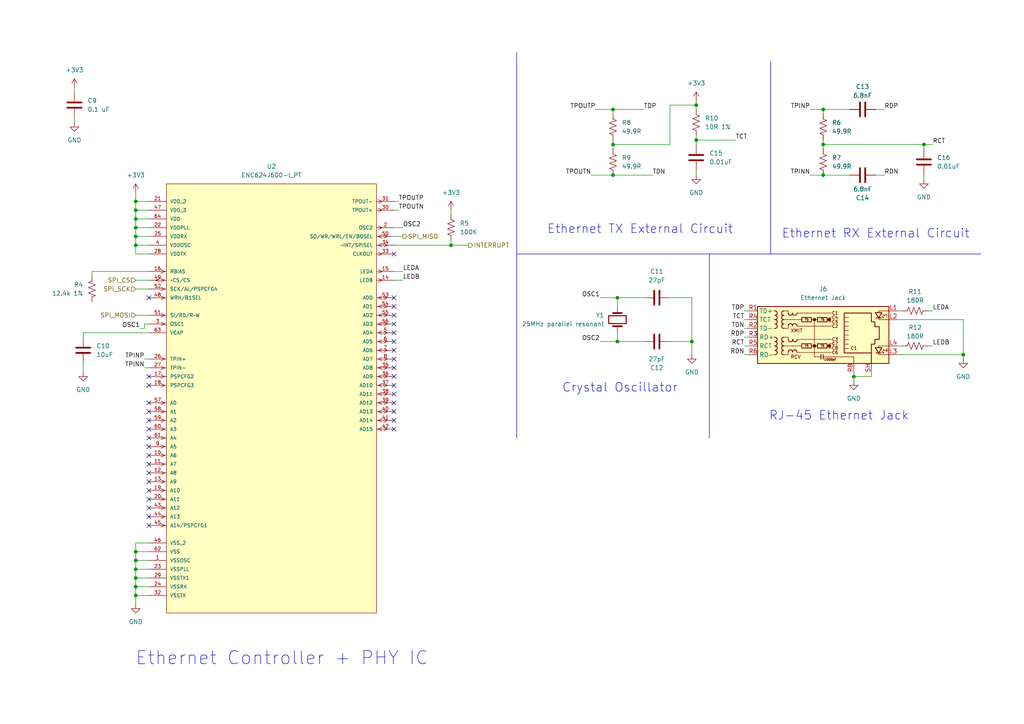
<source format=kicad_sch>
(kicad_sch (version 20231120) (generator "eeschema") (generator_version "8.0")
  (paper "A4")
  (title_block (title "Ethernet connection (Ethernet MAC+PHY and connector)") (date "2025-03-19"))
  (lib_symbols
    (symbol "Connector:RJ45_Amphenol_RJMG1BD3B8K1ANR"
      (property "Reference" "J" (at 18.415 10.16 0))
      (property "Value" "RJ45_Amphenol_RJMG1BD3B8K1ANR" (at -19.05 10.16 0))
      (symbol "RJ45_Amphenol_RJMG1BD3B8K1ANR_0_0"
        (circle (center -1.27 -2.54) (radius 0.0001) (stroke (width 0.508)))
        (circle (center -1.27 5.08) (radius 0.0001) (stroke (width 0.508)))
        (polyline (pts (xy -1.27 5.08) (xy -1.27 -5.715)))
        (polyline (pts (xy 0.635 -5.08) (xy 0.635 -6.35)) (stroke (width 0.254)))
        (polyline (pts (xy 1.27 -5.08) (xy 1.27 -6.35)) (stroke (width 0.254)))
        (polyline (pts (xy 3.048 -2.54) (xy 2.54 -2.54)))
        (polyline (pts (xy 3.048 5.08) (xy 2.54 5.08)))
        (polyline (pts (xy 17.399 -3.048) (xy 17.399 -2.54) (xy 20.32 -2.54)))
        (polyline (pts (xy 17.399 7.112) (xy 17.399 7.62) (xy 20.32 7.62)))
        (polyline (pts (xy 20.32 -5.08) (xy 17.399 -5.08) (xy 17.399 -4.572)))
        (polyline (pts (xy 20.32 5.08) (xy 17.399 5.08) (xy 17.399 5.588)))
        (polyline (pts (xy 3.683 -1.905) (xy 3.048 -1.905) (xy 3.048 -3.175) (xy 3.683 -3.175)))
        (polyline (pts (xy 3.683 5.715) (xy 3.048 5.715) (xy 3.048 4.445) (xy 3.683 4.445)))
        (circle (center 3.048 -2.54) (radius 0.0001) (stroke (width 0.508)))
        (circle (center 3.048 5.08) (radius 0.0001) (stroke (width 0.508)))
        (text "C1" (at 4.699 6.985 0) (effects (font (size 0.889 0.889))))
        (text "C1" (at 10.16 -3.175 0) (effects (font (size 0.889 0.889))))
        (text "C2" (at 4.699 3.175 0) (effects (font (size 0.889 0.889))))
        (text "C3" (at 4.699 -0.635 0) (effects (font (size 0.889 0.889))))
        (text "C4" (at 4.699 5.715 0) (effects (font (size 0.889 0.889))))
        (text "C5" (at 4.699 4.445 0) (effects (font (size 0.889 0.889))))
        (text "C6" (at 4.699 -4.445 0) (effects (font (size 0.889 0.889))))
        (text "C7" (at 4.699 -1.905 0) (effects (font (size 0.889 0.889))))
        (text "C8" (at 4.699 -3.175 0) (effects (font (size 0.889 0.889))))
        (text "RCV" (at -8.255 -5.715 0) (effects (font (size 1.016 1.016)) (justify left)))
        (text "XMIT" (at -8.255 1.905 0) (effects (font (size 1.016 1.016)) (justify left)))
      )
      (symbol "RJ45_Amphenol_RJMG1BD3B8K1ANR_0_1"
        (rectangle (start -17.78 8.89) (end 20.32 -7.62) (stroke (width 0.254)) (fill (type background)))
        (polyline (pts (xy -12.7 -5.08) (xy -13.081 -5.08)))
        (polyline (pts (xy -12.7 -2.54) (xy -13.081 -2.54)))
        (polyline (pts (xy -12.7 0) (xy -13.081 0)))
        (polyline (pts (xy -12.7 2.54) (xy -13.081 2.54)))
        (polyline (pts (xy -12.7 5.08) (xy -13.081 5.08)))
        (polyline (pts (xy -12.7 7.62) (xy -13.081 7.62)))
        (polyline (pts (xy -6.35 -4.445) (xy 3.683 -4.445)))
        (polyline (pts (xy -6.35 3.175) (xy 3.683 3.175)))
        (polyline (pts (xy -6.35 6.985) (xy 3.683 6.985)))
        (polyline (pts (xy -6.223 -0.635) (xy 3.683 -0.635)))
        (polyline (pts (xy -5.08 -2.54) (xy -10.16 -2.54)))
        (polyline (pts (xy -4.953 5.08) (xy -10.16 5.08)))
        (polyline (pts (xy -2.159 -2.54) (xy -0.381 -2.54)))
        (polyline (pts (xy -2.159 5.08) (xy -0.381 5.08)))
        (polyline (pts (xy 0.635 -5.715) (xy -1.27 -5.715)))
        (polyline (pts (xy 7.366 -2.032) (xy 8.636 -2.032)))
        (polyline (pts (xy 7.366 -0.762) (xy 8.636 -0.762)))
        (polyline (pts (xy 7.366 0.635) (xy 8.636 0.635)))
        (polyline (pts (xy 7.366 1.905) (xy 8.636 1.905)))
        (polyline (pts (xy 7.366 3.175) (xy 8.636 3.175)))
        (polyline (pts (xy 8.636 -3.302) (xy 7.366 -3.302)))
        (polyline (pts (xy 8.636 4.445) (xy 7.366 4.445)))
        (polyline (pts (xy 8.636 5.715) (xy 7.366 5.715)))
        (polyline (pts (xy 10.16 -5.715) (xy 1.27 -5.715)))
        (polyline (pts (xy 10.16 -5.715) (xy 10.16 -7.62)))
        (polyline (pts (xy -10.16 0) (xy -8.89 0) (xy -8.89 -0.635)))
        (polyline (pts (xy -10.16 7.62) (xy -8.89 7.62) (xy -8.89 6.985)))
        (polyline (pts (xy -8.89 -4.445) (xy -8.89 -5.08) (xy -10.16 -5.08)))
        (polyline (pts (xy -8.89 3.175) (xy -8.89 2.54) (xy -10.16 2.54)))
      )
      (symbol "RJ45_Amphenol_RJMG1BD3B8K1ANR_1_0"
        (text "1000pF" (at 3.302 -6.477 0) (effects (font (size 0.635 0.635))))
      )
      (symbol "RJ45_Amphenol_RJMG1BD3B8K1ANR_1_1"
        (arc (start -12.7 -1.27) (mid -12.0677 -0.635) (end -12.7 0) (stroke (width 0.254)))
        (arc (start -12.6973 -5.08) (mid -12.065 -4.445) (end -12.6973 -3.81) (stroke (width 0.254)))
        (arc (start -12.6973 -3.81) (mid -12.065 -3.175) (end -12.6973 -2.54) (stroke (width 0.254)))
        (arc (start -12.6973 -2.54) (mid -12.065 -1.905) (end -12.6973 -1.27) (stroke (width 0.254)))
        (arc (start -12.6973 6.35) (mid -12.065 6.985) (end -12.6973 7.62) (stroke (width 0.254)))
        (arc (start -12.6946 2.54) (mid -12.0623 3.175) (end -12.6946 3.81) (stroke (width 0.254)))
        (arc (start -12.6946 3.81) (mid -12.0623 4.445) (end -12.6946 5.08) (stroke (width 0.254)))
        (arc (start -12.6946 5.08) (mid -12.0623 5.715) (end -12.6946 6.35) (stroke (width 0.254)))
        (arc (start -10.1654 -2.54) (mid -10.7977 -3.175) (end -10.1654 -3.81) (stroke (width 0.254)))
        (arc (start -10.1654 -1.27) (mid -10.7977 -1.905) (end -10.1654 -2.54) (stroke (width 0.254)))
        (arc (start -10.1654 0) (mid -10.7977 -0.635) (end -10.1654 -1.27) (stroke (width 0.254)))
        (arc (start -10.1654 5.08) (mid -10.7977 4.445) (end -10.1654 3.81) (stroke (width 0.254)))
        (arc (start -10.1654 6.35) (mid -10.7977 5.715) (end -10.1654 5.08) (stroke (width 0.254)))
        (arc (start -10.1654 7.62) (mid -10.7977 6.985) (end -10.1654 6.35) (stroke (width 0.254)))
        (arc (start -10.1627 -3.81) (mid -10.795 -4.445) (end -10.1627 -5.08) (stroke (width 0.254)))
        (arc (start -10.1627 3.81) (mid -10.795 3.175) (end -10.1627 2.54) (stroke (width 0.254)))
        (arc (start -8.89 6.9823) (mid -8.255 6.35) (end -7.62 6.9823) (stroke (width 0.254)))
        (arc (start -8.8265 -0.7012) (mid -8.1915 -1.3335) (end -7.5565 -0.7012) (stroke (width 0.254)))
        (arc (start -7.62 -4.3153) (mid -8.255 -3.683) (end -8.89 -4.3153) (stroke (width 0.254)))
        (arc (start -7.62 3.3047) (mid -8.255 3.937) (end -8.89 3.3047) (stroke (width 0.254)))
        (arc (start -7.62 6.985) (mid -6.985 6.3527) (end -6.35 6.985) (stroke (width 0.254)))
        (arc (start -7.5565 -0.6985) (mid -6.9215 -1.3308) (end -6.2865 -0.6985) (stroke (width 0.254)))
        (arc (start -6.35 -4.3126) (mid -6.985 -3.6803) (end -7.62 -4.3126) (stroke (width 0.254)))
        (arc (start -6.35 3.3074) (mid -6.985 3.9397) (end -7.62 3.3074) (stroke (width 0.254)))
        (rectangle (start -4.953 -1.905) (end -2.159 -3.175) (stroke (width 0.254)))
        (rectangle (start -4.953 5.715) (end -2.159 4.445) (stroke (width 0.254)))
        (rectangle (start -0.381 -1.905) (end 2.413 -3.175) (stroke (width 0.254)))
        (rectangle (start -0.381 5.715) (end 2.413 4.445) (stroke (width 0.254)))
        (polyline (pts (xy 15.24 -7.62) (xy 15.24 -4.572)) (stroke (width 0.254)))
        (polyline (pts (xy 18.161 -4.572) (xy 16.637 -4.572)) (stroke (width 0.254)))
        (polyline (pts (xy 18.161 5.588) (xy 16.637 5.588)) (stroke (width 0.254)))
        (polyline (pts (xy 18.796 -4.572) (xy 18.796 -4.318)))
        (polyline (pts (xy 18.796 5.588) (xy 18.796 5.842)))
        (polyline (pts (xy 19.05 -3.937) (xy 19.05 -3.683)))
        (polyline (pts (xy 19.05 6.223) (xy 19.05 6.477)))
        (polyline (pts (xy 18.288 -4.064) (xy 18.796 -4.572) (xy 18.542 -4.572)))
        (polyline (pts (xy 18.288 6.096) (xy 18.796 5.588) (xy 18.542 5.588)))
        (polyline (pts (xy 18.542 -3.429) (xy 19.05 -3.937) (xy 18.796 -3.937)))
        (polyline (pts (xy 18.542 6.731) (xy 19.05 6.223) (xy 18.796 6.223)))
        (polyline (pts (xy 18.288 -3.048) (xy 16.383 -3.048) (xy 17.399 -4.572) (xy 18.288 -3.048)) (stroke (width 0.254)))
        (polyline (pts (xy 18.288 7.112) (xy 16.383 7.112) (xy 17.399 5.588) (xy 18.288 7.112)) (stroke (width 0.254)))
        (polyline (pts (xy 7.366 -4.572) (xy 7.366 6.985) (xy 15.24 6.985) (xy 15.24 4.445) (xy 16.256 4.445) (xy 16.256 3.048) (xy 17.526 3.048) (xy 17.526 -0.635) (xy 16.256 -0.635) (xy 16.256 -2.032) (xy 15.24 -2.032) (xy 15.24 -4.572) (xy 7.366 -4.572)) (stroke (width 0.254)))
        (text "75" (at -3.556 -2.54 0) (effects (font (size 0.635 0.635))))
        (text "75" (at -3.556 5.08 0) (effects (font (size 0.635 0.635))))
        (text "75" (at 1.016 -2.54 0) (effects (font (size 0.635 0.635))))
        (text "75" (at 1.016 5.08 0) (effects (font (size 0.635 0.635))))
        (text "G" (at 19.685 -3.81 0) (effects (font (size 0.635 0.635))))
        (text "Y" (at 19.558 6.35 0) (effects (font (size 0.635 0.635))))
        (pin passive line (at 22.86 7.62 180) (length 2.54) (name "") (number "L1"))
        (pin passive line (at 22.86 5.08 180) (length 2.54) (name "") (number "L2"))
        (pin passive line (at 22.86 -5.08 180) (length 2.54) (name "") (number "L3"))
        (pin passive line (at 22.86 -2.54 180) (length 2.54) (name "") (number "L4"))
        (pin passive line (at -20.32 7.62 0) (length 2.54) (name "TD+") (number "R1"))
        (pin passive line (at -20.32 2.54 0) (length 2.54) (name "TD-") (number "R2"))
        (pin passive line (at -20.32 0 0) (length 2.54) (name "RD+") (number "R3"))
        (pin passive line (at -20.32 5.08 0) (length 2.54) (name "TCT") (number "R4"))
        (pin passive line (at -20.32 -2.54 0) (length 2.54) (name "RCT") (number "R5"))
        (pin passive line (at -20.32 -5.08 0) (length 2.54) (name "RD-") (number "R6"))
        (pin no_connect line (at 20.32 0 0) (length 0) hide (name "NC") (number "R7"))
        (pin power_in line (at 10.16 -10.16 90) (length 2.54) (name "") (number "R8"))
        (pin passive line (at 15.24 -10.16 90) (length 2.54) (name "") (number "SH"))
      )
    )
    (symbol "Device:C" (pin_numbers hide) (pin_names (offset 0.254))
      (property "Reference" "C" (at 0.635 2.54 0))
      (property "Value" "C" (at 0.635 -2.54 0))
      (symbol "C_0_1"
        (polyline (pts (xy -2.032 -0.762) (xy 2.032 -0.762)) (stroke (width 0.508)))
        (polyline (pts (xy -2.032 0.762) (xy 2.032 0.762)) (stroke (width 0.508)))
      )
      (symbol "C_1_1"
        (pin passive line (at 0 3.81 270) (length 2.794) (name "~") (number "1"))
        (pin passive line (at 0 -3.81 90) (length 2.794) (name "~") (number "2"))
      )
    )
    (symbol "Device:Crystal" (pin_numbers hide) (pin_names (offset 1.016) hide)
      (property "Reference" "Y" (at 0 3.81 0))
      (property "Value" "Crystal" (at 0 -3.81 0))
      (symbol "Crystal_0_1"
        (rectangle (start -1.143 2.54) (end 1.143 -2.54) (stroke (width 0.3048)))
        (polyline (pts (xy -2.54 0) (xy -1.905 0)))
        (polyline (pts (xy -1.905 -1.27) (xy -1.905 1.27)) (stroke (width 0.508)))
        (polyline (pts (xy 1.905 -1.27) (xy 1.905 1.27)) (stroke (width 0.508)))
        (polyline (pts (xy 2.54 0) (xy 1.905 0)))
      )
      (symbol "Crystal_1_1"
        (pin passive line (at -3.81 0 0) (length 1.27) (name "1") (number "1"))
        (pin passive line (at 3.81 0 180) (length 1.27) (name "2") (number "2"))
      )
    )
    (symbol "Device:R_US" (pin_numbers hide) (pin_names (offset 0))
      (property "Reference" "R" (at 2.54 0 90))
      (property "Value" "R_US" (at -2.54 0 90))
      (symbol "R_US_0_1"
        (polyline (pts (xy 0 -2.286) (xy 0 -2.54)))
        (polyline (pts (xy 0 2.286) (xy 0 2.54)))
        (polyline (pts (xy 0 -0.762) (xy 1.016 -1.143) (xy 0 -1.524) (xy -1.016 -1.905) (xy 0 -2.286)))
        (polyline (pts (xy 0 0.762) (xy 1.016 0.381) (xy 0 0) (xy -1.016 -0.381) (xy 0 -0.762)))
        (polyline (pts (xy 0 2.286) (xy 1.016 1.905) (xy 0 1.524) (xy -1.016 1.143) (xy 0 0.762)))
      )
      (symbol "R_US_1_1"
        (pin passive line (at 0 3.81 270) (length 1.27) (name "~") (number "1"))
        (pin passive line (at 0 -3.81 90) (length 1.27) (name "~") (number "2"))
      )
    )
    (symbol "ENC624J600-I_PT:ENC624J600-I_PT" (pin_names (offset 1.016))
      (property "Reference" "U" (at -4.7337 62.5815 0))
      (property "Value" "ENC624J600-I_PT" (at -7.5048 -70.6976 0))
      (symbol "ENC624J600-I_PT_0_0"
        (rectangle (start -30.48 -66.04) (end 30.48 58.42) (stroke (width 0.1524)) (fill (type background)))
        (polyline (pts (xy -32.5628 29.972) (xy -33.6042 30.48)) (stroke (width 0.1524)))
        (polyline (pts (xy -32.5628 30.988) (xy -33.6042 30.48)) (stroke (width 0.1524)))
        (polyline (pts (xy -30.988 -40.64) (xy -32.0548 -41.148)) (stroke (width 0.1524)))
        (polyline (pts (xy -30.988 -40.64) (xy -32.0548 -40.132)) (stroke (width 0.1524)))
        (polyline (pts (xy -30.988 -38.1) (xy -32.0548 -38.608)) (stroke (width 0.1524)))
        (polyline (pts (xy -30.988 -38.1) (xy -32.0548 -37.592)) (stroke (width 0.1524)))
        (polyline (pts (xy -30.988 -35.56) (xy -32.0548 -36.068)) (stroke (width 0.1524)))
        (polyline (pts (xy -30.988 -35.56) (xy -32.0548 -35.052)) (stroke (width 0.1524)))
        (polyline (pts (xy -30.988 -33.02) (xy -32.0548 -33.528)) (stroke (width 0.1524)))
        (polyline (pts (xy -30.988 -33.02) (xy -32.0548 -32.512)) (stroke (width 0.1524)))
        (polyline (pts (xy -30.988 -30.48) (xy -32.0548 -30.988)) (stroke (width 0.1524)))
        (polyline (pts (xy -30.988 -30.48) (xy -32.0548 -29.972)) (stroke (width 0.1524)))
        (polyline (pts (xy -30.988 -27.94) (xy -32.0548 -28.448)) (stroke (width 0.1524)))
        (polyline (pts (xy -30.988 -27.94) (xy -32.0548 -27.432)) (stroke (width 0.1524)))
        (polyline (pts (xy -30.988 -25.4) (xy -32.0548 -25.908)) (stroke (width 0.1524)))
        (polyline (pts (xy -30.988 -25.4) (xy -32.0548 -24.892)) (stroke (width 0.1524)))
        (polyline (pts (xy -30.988 -22.86) (xy -32.0548 -23.368)) (stroke (width 0.1524)))
        (polyline (pts (xy -30.988 -22.86) (xy -32.0548 -22.352)) (stroke (width 0.1524)))
        (polyline (pts (xy -30.988 -20.32) (xy -32.0548 -20.828)) (stroke (width 0.1524)))
        (polyline (pts (xy -30.988 -20.32) (xy -32.0548 -19.812)) (stroke (width 0.1524)))
        (polyline (pts (xy -30.988 -17.78) (xy -32.0548 -18.288)) (stroke (width 0.1524)))
        (polyline (pts (xy -30.988 -17.78) (xy -32.0548 -17.272)) (stroke (width 0.1524)))
        (polyline (pts (xy -30.988 -15.24) (xy -32.0548 -15.748)) (stroke (width 0.1524)))
        (polyline (pts (xy -30.988 -15.24) (xy -32.0548 -14.732)) (stroke (width 0.1524)))
        (polyline (pts (xy -30.988 -12.7) (xy -32.0548 -13.208)) (stroke (width 0.1524)))
        (polyline (pts (xy -30.988 -12.7) (xy -32.0548 -12.192)) (stroke (width 0.1524)))
        (polyline (pts (xy -30.988 -10.16) (xy -32.0548 -10.668)) (stroke (width 0.1524)))
        (polyline (pts (xy -30.988 -10.16) (xy -32.0548 -9.652)) (stroke (width 0.1524)))
        (polyline (pts (xy -30.988 -7.62) (xy -32.0548 -8.128)) (stroke (width 0.1524)))
        (polyline (pts (xy -30.988 -7.62) (xy -32.0548 -7.112)) (stroke (width 0.1524)))
        (polyline (pts (xy -30.988 -5.08) (xy -32.0548 -5.588)) (stroke (width 0.1524)))
        (polyline (pts (xy -30.988 -5.08) (xy -32.0548 -4.572)) (stroke (width 0.1524)))
        (polyline (pts (xy -30.988 0) (xy -32.0548 -0.508)) (stroke (width 0.1524)))
        (polyline (pts (xy -30.988 0) (xy -32.0548 0.508)) (stroke (width 0.1524)))
        (polyline (pts (xy -30.988 2.54) (xy -32.0548 2.032)) (stroke (width 0.1524)))
        (polyline (pts (xy -30.988 2.54) (xy -32.0548 3.048)) (stroke (width 0.1524)))
        (polyline (pts (xy -30.988 5.08) (xy -32.0548 4.572)) (stroke (width 0.1524)))
        (polyline (pts (xy -30.988 5.08) (xy -32.0548 5.588)) (stroke (width 0.1524)))
        (polyline (pts (xy -30.988 7.62) (xy -32.0548 7.112)) (stroke (width 0.1524)))
        (polyline (pts (xy -30.988 7.62) (xy -32.0548 8.128)) (stroke (width 0.1524)))
        (polyline (pts (xy -30.988 17.78) (xy -32.0548 17.272)) (stroke (width 0.1524)))
        (polyline (pts (xy -30.988 17.78) (xy -32.0548 18.288)) (stroke (width 0.1524)))
        (polyline (pts (xy -30.988 20.32) (xy -32.0548 19.812)) (stroke (width 0.1524)))
        (polyline (pts (xy -30.988 20.32) (xy -32.0548 20.828)) (stroke (width 0.1524)))
        (polyline (pts (xy -30.988 25.4) (xy -32.0548 24.892)) (stroke (width 0.1524)))
        (polyline (pts (xy -30.988 25.4) (xy -32.0548 25.908)) (stroke (width 0.1524)))
        (polyline (pts (xy -30.988 27.94) (xy -32.0548 27.432)) (stroke (width 0.1524)))
        (polyline (pts (xy -30.988 27.94) (xy -32.0548 28.448)) (stroke (width 0.1524)))
        (polyline (pts (xy -30.988 30.48) (xy -32.0548 29.972)) (stroke (width 0.1524)))
        (polyline (pts (xy -30.988 30.48) (xy -32.0548 30.988)) (stroke (width 0.1524)))
        (polyline (pts (xy -30.988 33.02) (xy -32.0548 32.512)) (stroke (width 0.1524)))
        (polyline (pts (xy -30.988 33.02) (xy -32.0548 33.528)) (stroke (width 0.1524)))
        (polyline (pts (xy 30.988 -12.7) (xy 32.0548 -13.208)) (stroke (width 0.1524)))
        (polyline (pts (xy 30.988 -12.7) (xy 32.0548 -12.192)) (stroke (width 0.1524)))
        (polyline (pts (xy 30.988 -10.16) (xy 32.0548 -10.668)) (stroke (width 0.1524)))
        (polyline (pts (xy 30.988 -10.16) (xy 32.0548 -9.652)) (stroke (width 0.1524)))
        (polyline (pts (xy 30.988 -7.62) (xy 32.0548 -8.128)) (stroke (width 0.1524)))
        (polyline (pts (xy 30.988 -7.62) (xy 32.0548 -7.112)) (stroke (width 0.1524)))
        (polyline (pts (xy 30.988 -5.08) (xy 32.0548 -5.588)) (stroke (width 0.1524)))
        (polyline (pts (xy 30.988 -5.08) (xy 32.0548 -4.572)) (stroke (width 0.1524)))
        (polyline (pts (xy 30.988 -2.54) (xy 32.0548 -3.048)) (stroke (width 0.1524)))
        (polyline (pts (xy 30.988 -2.54) (xy 32.0548 -2.032)) (stroke (width 0.1524)))
        (polyline (pts (xy 30.988 0) (xy 32.0548 -0.508)) (stroke (width 0.1524)))
        (polyline (pts (xy 30.988 0) (xy 32.0548 0.508)) (stroke (width 0.1524)))
        (polyline (pts (xy 30.988 2.54) (xy 32.0548 2.032)) (stroke (width 0.1524)))
        (polyline (pts (xy 30.988 2.54) (xy 32.0548 3.048)) (stroke (width 0.1524)))
        (polyline (pts (xy 30.988 5.08) (xy 32.0548 4.572)) (stroke (width 0.1524)))
        (polyline (pts (xy 30.988 5.08) (xy 32.0548 5.588)) (stroke (width 0.1524)))
        (polyline (pts (xy 30.988 7.62) (xy 32.0548 7.112)) (stroke (width 0.1524)))
        (polyline (pts (xy 30.988 7.62) (xy 32.0548 8.128)) (stroke (width 0.1524)))
        (polyline (pts (xy 30.988 10.16) (xy 32.0548 9.652)) (stroke (width 0.1524)))
        (polyline (pts (xy 30.988 10.16) (xy 32.0548 10.668)) (stroke (width 0.1524)))
        (polyline (pts (xy 30.988 12.7) (xy 32.0548 12.192)) (stroke (width 0.1524)))
        (polyline (pts (xy 30.988 12.7) (xy 32.0548 13.208)) (stroke (width 0.1524)))
        (polyline (pts (xy 30.988 15.24) (xy 32.0548 14.732)) (stroke (width 0.1524)))
        (polyline (pts (xy 30.988 15.24) (xy 32.0548 15.748)) (stroke (width 0.1524)))
        (polyline (pts (xy 30.988 17.78) (xy 32.0548 17.272)) (stroke (width 0.1524)))
        (polyline (pts (xy 30.988 17.78) (xy 32.0548 18.288)) (stroke (width 0.1524)))
        (polyline (pts (xy 30.988 20.32) (xy 32.0548 19.812)) (stroke (width 0.1524)))
        (polyline (pts (xy 30.988 20.32) (xy 32.0548 20.828)) (stroke (width 0.1524)))
        (polyline (pts (xy 30.988 22.86) (xy 32.0548 22.352)) (stroke (width 0.1524)))
        (polyline (pts (xy 30.988 22.86) (xy 32.0548 23.368)) (stroke (width 0.1524)))
        (polyline (pts (xy 30.988 25.4) (xy 32.0548 24.892)) (stroke (width 0.1524)))
        (polyline (pts (xy 30.988 25.4) (xy 32.0548 25.908)) (stroke (width 0.1524)))
        (polyline (pts (xy 30.988 29.972) (xy 32.0548 30.48)) (stroke (width 0.1524)))
        (polyline (pts (xy 30.988 30.988) (xy 32.0548 30.48)) (stroke (width 0.1524)))
        (polyline (pts (xy 30.988 32.512) (xy 32.0548 33.02)) (stroke (width 0.1524)))
        (polyline (pts (xy 30.988 33.528) (xy 32.0548 33.02)) (stroke (width 0.1524)))
        (polyline (pts (xy 30.988 37.592) (xy 32.0548 38.1)) (stroke (width 0.1524)))
        (polyline (pts (xy 30.988 38.608) (xy 32.0548 38.1)) (stroke (width 0.1524)))
        (polyline (pts (xy 30.988 40.64) (xy 32.0548 40.132)) (stroke (width 0.1524)))
        (polyline (pts (xy 30.988 40.64) (xy 32.0548 41.148)) (stroke (width 0.1524)))
        (polyline (pts (xy 30.988 43.18) (xy 32.0548 42.672)) (stroke (width 0.1524)))
        (polyline (pts (xy 30.988 43.18) (xy 32.0548 43.688)) (stroke (width 0.1524)))
        (polyline (pts (xy 30.988 45.212) (xy 32.0548 45.72)) (stroke (width 0.1524)))
        (polyline (pts (xy 30.988 46.228) (xy 32.0548 45.72)) (stroke (width 0.1524)))
        (polyline (pts (xy 30.988 50.292) (xy 32.0548 50.8)) (stroke (width 0.1524)))
        (polyline (pts (xy 30.988 51.308) (xy 32.0548 50.8)) (stroke (width 0.1524)))
        (polyline (pts (xy 30.988 52.832) (xy 32.0548 53.34)) (stroke (width 0.1524)))
        (polyline (pts (xy 30.988 53.848) (xy 32.0548 53.34)) (stroke (width 0.1524)))
        (polyline (pts (xy 32.5628 -13.208) (xy 33.6042 -12.7)) (stroke (width 0.1524)))
        (polyline (pts (xy 32.5628 -12.192) (xy 33.6042 -12.7)) (stroke (width 0.1524)))
        (polyline (pts (xy 32.5628 -10.668) (xy 33.6042 -10.16)) (stroke (width 0.1524)))
        (polyline (pts (xy 32.5628 -9.652) (xy 33.6042 -10.16)) (stroke (width 0.1524)))
        (polyline (pts (xy 32.5628 -8.128) (xy 33.6042 -7.62)) (stroke (width 0.1524)))
        (polyline (pts (xy 32.5628 -7.112) (xy 33.6042 -7.62)) (stroke (width 0.1524)))
        (polyline (pts (xy 32.5628 -5.588) (xy 33.6042 -5.08)) (stroke (width 0.1524)))
        (polyline (pts (xy 32.5628 -4.572) (xy 33.6042 -5.08)) (stroke (width 0.1524)))
        (polyline (pts (xy 32.5628 -3.048) (xy 33.6042 -2.54)) (stroke (width 0.1524)))
        (polyline (pts (xy 32.5628 -2.032) (xy 33.6042 -2.54)) (stroke (width 0.1524)))
        (polyline (pts (xy 32.5628 -0.508) (xy 33.6042 0)) (stroke (width 0.1524)))
        (polyline (pts (xy 32.5628 0.508) (xy 33.6042 0)) (stroke (width 0.1524)))
        (polyline (pts (xy 32.5628 2.032) (xy 33.6042 2.54)) (stroke (width 0.1524)))
        (polyline (pts (xy 32.5628 3.048) (xy 33.6042 2.54)) (stroke (width 0.1524)))
        (polyline (pts (xy 32.5628 4.572) (xy 33.6042 5.08)) (stroke (width 0.1524)))
        (polyline (pts (xy 32.5628 5.588) (xy 33.6042 5.08)) (stroke (width 0.1524)))
        (polyline (pts (xy 32.5628 7.112) (xy 33.6042 7.62)) (stroke (width 0.1524)))
        (polyline (pts (xy 32.5628 8.128) (xy 33.6042 7.62)) (stroke (width 0.1524)))
        (polyline (pts (xy 32.5628 9.652) (xy 33.6042 10.16)) (stroke (width 0.1524)))
        (polyline (pts (xy 32.5628 10.668) (xy 33.6042 10.16)) (stroke (width 0.1524)))
        (polyline (pts (xy 32.5628 12.192) (xy 33.6042 12.7)) (stroke (width 0.1524)))
        (polyline (pts (xy 32.5628 13.208) (xy 33.6042 12.7)) (stroke (width 0.1524)))
        (polyline (pts (xy 32.5628 14.732) (xy 33.6042 15.24)) (stroke (width 0.1524)))
        (polyline (pts (xy 32.5628 15.748) (xy 33.6042 15.24)) (stroke (width 0.1524)))
        (polyline (pts (xy 32.5628 17.272) (xy 33.6042 17.78)) (stroke (width 0.1524)))
        (polyline (pts (xy 32.5628 18.288) (xy 33.6042 17.78)) (stroke (width 0.1524)))
        (polyline (pts (xy 32.5628 19.812) (xy 33.6042 20.32)) (stroke (width 0.1524)))
        (polyline (pts (xy 32.5628 20.828) (xy 33.6042 20.32)) (stroke (width 0.1524)))
        (polyline (pts (xy 32.5628 22.352) (xy 33.6042 22.86)) (stroke (width 0.1524)))
        (polyline (pts (xy 32.5628 23.368) (xy 33.6042 22.86)) (stroke (width 0.1524)))
        (polyline (pts (xy 32.5628 24.892) (xy 33.6042 25.4)) (stroke (width 0.1524)))
        (polyline (pts (xy 32.5628 25.908) (xy 33.6042 25.4)) (stroke (width 0.1524)))
        (polyline (pts (xy 32.5628 40.132) (xy 33.6042 40.64)) (stroke (width 0.1524)))
        (polyline (pts (xy 32.5628 41.148) (xy 33.6042 40.64)) (stroke (width 0.1524)))
        (polyline (pts (xy 32.5628 42.672) (xy 33.6042 43.18)) (stroke (width 0.1524)))
        (polyline (pts (xy 32.5628 43.688) (xy 33.6042 43.18)) (stroke (width 0.1524)))
        (pin power_in line (at -35.56 -50.8 0) (length 5.08) (name "VSSOSC") (number "1"))
        (pin input line (at -35.56 -20.32 0) (length 5.08) (name "A6") (number "10"))
        (pin input line (at -35.56 -22.86 0) (length 5.08) (name "A7") (number "11"))
        (pin input line (at -35.56 -25.4 0) (length 5.08) (name "A8") (number "12"))
        (pin input line (at -35.56 -27.94 0) (length 5.08) (name "A9") (number "13"))
        (pin output line (at 35.56 30.48 180) (length 5.08) (name "LEDB") (number "14"))
        (pin output line (at 35.56 33.02 180) (length 5.08) (name "LEDA") (number "15"))
        (pin input line (at -35.56 33.02 0) (length 5.08) (name "RBIAS") (number "16"))
        (pin input line (at -35.56 2.54 0) (length 5.08) (name "PSPCFG2") (number "17"))
        (pin input line (at -35.56 0 0) (length 5.08) (name "PSPCFG3") (number "18"))
        (pin input line (at -35.56 -30.48 0) (length 5.08) (name "A10") (number "19"))
        (pin output line (at 35.56 45.72 180) (length 5.08) (name "OSC2") (number "2"))
        (pin input line (at -35.56 -33.02 0) (length 5.08) (name "A11") (number "20"))
        (pin power_in line (at -35.56 53.34 0) (length 5.08) (name "VDD_2") (number "21"))
        (pin power_in line (at -35.56 45.72 0) (length 5.08) (name "VDDPLL") (number "22"))
        (pin power_in line (at -35.56 -53.34 0) (length 5.08) (name "VSSPLL") (number "23"))
        (pin power_in line (at -35.56 -58.42 0) (length 5.08) (name "VSSRX") (number "24"))
        (pin power_in line (at -35.56 43.18 0) (length 5.08) (name "VDDRX") (number "25"))
        (pin input line (at -35.56 7.62 0) (length 5.08) (name "TPIN+") (number "26"))
        (pin input line (at -35.56 5.08 0) (length 5.08) (name "TPIN-") (number "27"))
        (pin power_in line (at -35.56 38.1 0) (length 5.08) (name "VDDTX") (number "28"))
        (pin power_in line (at -35.56 -55.88 0) (length 5.08) (name "VSSTX1") (number "29"))
        (pin input line (at -35.56 17.78 0) (length 5.08) (name "OSC1") (number "3"))
        (pin output line (at 35.56 50.8 180) (length 5.08) (name "TPOUT+") (number "30"))
        (pin output line (at 35.56 53.34 180) (length 5.08) (name "TPOUT-") (number "31"))
        (pin power_in line (at -35.56 -60.96 0) (length 5.08) (name "VSSTX") (number "32"))
        (pin output line (at 35.56 38.1 180) (length 5.08) (name "CLKOUT") (number "33"))
        (pin bidirectional line (at 35.56 40.64 180) (length 5.08) (name "~INT/SPISEL") (number "34"))
        (pin bidirectional line (at 35.56 5.08 180) (length 5.08) (name "AD8") (number "35"))
        (pin bidirectional line (at 35.56 2.54 180) (length 5.08) (name "AD9") (number "36"))
        (pin bidirectional line (at 35.56 0 180) (length 5.08) (name "AD10") (number "37"))
        (pin bidirectional line (at 35.56 -2.54 180) (length 5.08) (name "AD11") (number "38"))
        (pin bidirectional line (at 35.56 -5.08 180) (length 5.08) (name "AD12") (number "39"))
        (pin power_in line (at -35.56 40.64 0) (length 5.08) (name "VDDOSC") (number "4"))
        (pin bidirectional line (at 35.56 -7.62 180) (length 5.08) (name "AD13") (number "40"))
        (pin bidirectional line (at 35.56 -10.16 180) (length 5.08) (name "AD14") (number "41"))
        (pin bidirectional line (at 35.56 -12.7 180) (length 5.08) (name "AD15") (number "42"))
        (pin input line (at -35.56 -35.56 0) (length 5.08) (name "A12") (number "43"))
        (pin input line (at -35.56 -38.1 0) (length 5.08) (name "A13") (number "44"))
        (pin input line (at -35.56 -40.64 0) (length 5.08) (name "A14/PSPCFG1") (number "45"))
        (pin power_in line (at -35.56 -45.72 0) (length 5.08) (name "VSS_2") (number "46"))
        (pin power_in line (at -35.56 50.8 0) (length 5.08) (name "VDD_3") (number "47"))
        (pin input line (at -35.56 25.4 0) (length 5.08) (name "WRH/B1SEL") (number "48"))
        (pin input line (at -35.56 30.48 0) (length 5.08) (name "~CS/CS") (number "49"))
        (pin bidirectional line (at 35.56 15.24 180) (length 5.08) (name "AD4") (number "5"))
        (pin bidirectional line (at 35.56 43.18 180) (length 5.08) (name "SO/WR/WRL/EN/BOSEL") (number "50"))
        (pin input line (at -35.56 20.32 0) (length 5.08) (name "SI/RD/R~W") (number "51"))
        (pin input line (at -35.56 27.94 0) (length 5.08) (name "SCK/AL/PSPCFG4") (number "52"))
        (pin bidirectional line (at 35.56 25.4 180) (length 5.08) (name "AD0") (number "53"))
        (pin bidirectional line (at 35.56 22.86 180) (length 5.08) (name "AD1") (number "54"))
        (pin bidirectional line (at 35.56 20.32 180) (length 5.08) (name "AD2") (number "55"))
        (pin bidirectional line (at 35.56 17.78 180) (length 5.08) (name "AD3") (number "56"))
        (pin input line (at -35.56 -5.08 0) (length 5.08) (name "A0") (number "57"))
        (pin input line (at -35.56 -7.62 0) (length 5.08) (name "A1") (number "58"))
        (pin input line (at -35.56 -10.16 0) (length 5.08) (name "A2") (number "59"))
        (pin bidirectional line (at 35.56 12.7 180) (length 5.08) (name "AD5") (number "6"))
        (pin input line (at -35.56 -12.7 0) (length 5.08) (name "A3") (number "60"))
        (pin input line (at -35.56 -15.24 0) (length 5.08) (name "A4") (number "61"))
        (pin power_in line (at -35.56 -48.26 0) (length 5.08) (name "VSS") (number "62"))
        (pin power_in line (at -35.56 15.24 0) (length 5.08) (name "VCAP") (number "63"))
        (pin power_in line (at -35.56 48.26 0) (length 5.08) (name "VDD") (number "64"))
        (pin bidirectional line (at 35.56 10.16 180) (length 5.08) (name "AD6") (number "7"))
        (pin bidirectional line (at 35.56 7.62 180) (length 5.08) (name "AD7") (number "8"))
        (pin input line (at -35.56 -17.78 0) (length 5.08) (name "A5") (number "9"))
      )
    )
    (symbol "power:+3V3" (power) (pin_numbers hide) (pin_names (offset 0) hide)
      (property "Value" "+3V3" (at 0 3.556 0))
      (symbol "+3V3_0_1"
        (polyline (pts (xy -0.762 1.27) (xy 0 2.54)))
        (polyline (pts (xy 0 0) (xy 0 2.54)))
        (polyline (pts (xy 0 2.54) (xy 0.762 1.27)))
      )
      (symbol "+3V3_1_1"
        (pin power_in line (at 0 0 90) (length 0) (name "~") (number "1"))
      )
    )
    (symbol "power:GND" (power) (pin_numbers hide) (pin_names (offset 0) hide)
      (property "Value" "GND" (at 0 -3.81 0))
      (symbol "GND_0_1"
        (polyline (pts (xy 0 0) (xy 0 -1.27) (xy 1.27 -1.27) (xy 0 -2.54) (xy -1.27 -1.27) (xy 0 -1.27)))
      )
      (symbol "GND_1_1"
        (pin power_in line (at 0 0 270) (length 0) (name "~") (number "1"))
      )
    )
  )
  (junction (at 39.37 66.04))
  (junction (at 39.37 58.42))
  (junction (at 130.81 71.12))
  (junction (at 39.37 71.12))
  (junction (at 179.07 86.36))
  (junction (at 39.37 172.72))
  (junction (at 39.37 167.64))
  (junction (at 238.76 31.75))
  (junction (at 279.4 102.87))
  (junction (at 201.93 30.48))
  (junction (at 39.37 160.02))
  (junction (at 177.8 31.75))
  (junction (at 267.97 41.91))
  (junction (at 39.37 63.5))
  (junction (at 39.37 162.56))
  (junction (at 238.76 41.91))
  (junction (at 177.8 50.8))
  (junction (at 39.37 165.1))
  (junction (at 247.65 109.22))
  (junction (at 179.07 99.06))
  (junction (at 201.93 40.64))
  (junction (at 200.66 99.06))
  (junction (at 177.8 41.91))
  (junction (at 39.37 170.18))
  (junction (at 39.37 68.58))
  (junction (at 39.37 60.96))
  (junction (at 238.76 50.8))
  (no_connect (at 114.3 93.98))
  (no_connect (at 43.18 147.32))
  (no_connect (at 114.3 116.84))
  (no_connect (at 43.18 139.7))
  (no_connect (at 43.18 129.54))
  (no_connect (at 43.18 127))
  (no_connect (at 43.18 149.86))
  (no_connect (at 43.18 124.46))
  (no_connect (at 114.3 119.38))
  (no_connect (at 114.3 111.76))
  (no_connect (at 114.3 121.92))
  (no_connect (at 43.18 116.84))
  (no_connect (at 43.18 119.38))
  (no_connect (at 43.18 134.62))
  (no_connect (at 43.18 109.22))
  (no_connect (at 114.3 124.46))
  (no_connect (at 43.18 86.36))
  (no_connect (at 43.18 132.08))
  (no_connect (at 43.18 142.24))
  (no_connect (at 114.3 91.44))
  (no_connect (at 43.18 121.92))
  (no_connect (at 114.3 109.22))
  (no_connect (at 43.18 144.78))
  (no_connect (at 114.3 73.66))
  (no_connect (at 114.3 114.3))
  (no_connect (at 114.3 96.52))
  (no_connect (at 114.3 104.14))
  (no_connect (at 114.3 99.06))
  (no_connect (at 43.18 152.4))
  (no_connect (at 114.3 86.36))
  (no_connect (at 114.3 88.9))
  (no_connect (at 43.18 137.16))
  (no_connect (at 114.3 106.68))
  (no_connect (at 114.3 101.6))
  (no_connect (at 43.18 111.76))
  (wire (pts (xy 215.9 102.87) (xy 217.17 102.87)))
  (wire (pts (xy 238.76 41.91) (xy 238.76 43.18)))
  (wire (pts (xy 39.37 71.12) (xy 39.37 73.66)))
  (wire (pts (xy 201.93 40.64) (xy 201.93 41.91)))
  (wire (pts (xy 41.91 95.25) (xy 41.91 93.98)))
  (wire (pts (xy 177.8 31.75) (xy 186.69 31.75)))
  (polyline (pts (xy 149.86 15.24) (xy 149.86 127)))
  (wire (pts (xy 279.4 102.87) (xy 279.4 104.14)))
  (wire (pts (xy 267.97 41.91) (xy 238.76 41.91)))
  (wire (pts (xy 215.9 97.79) (xy 217.17 97.79)))
  (wire (pts (xy 41.91 104.14) (xy 43.18 104.14)))
  (wire (pts (xy 267.97 50.8) (xy 267.97 52.07)))
  (wire (pts (xy 39.37 63.5) (xy 39.37 66.04)))
  (wire (pts (xy 201.93 49.53) (xy 201.93 50.8)))
  (wire (pts (xy 194.31 86.36) (xy 200.66 86.36)))
  (wire (pts (xy 260.35 102.87) (xy 279.4 102.87)))
  (wire (pts (xy 234.95 31.75) (xy 238.76 31.75)))
  (wire (pts (xy 177.8 31.75) (xy 177.8 33.02)))
  (wire (pts (xy 39.37 71.12) (xy 43.18 71.12)))
  (wire (pts (xy 24.13 105.41) (xy 24.13 107.95)))
  (wire (pts (xy 215.9 95.25) (xy 217.17 95.25)))
  (wire (pts (xy 39.37 55.88) (xy 39.37 58.42)))
  (wire (pts (xy 39.37 170.18) (xy 43.18 170.18)))
  (wire (pts (xy 39.37 162.56) (xy 39.37 160.02)))
  (wire (pts (xy 177.8 50.8) (xy 189.23 50.8)))
  (wire (pts (xy 238.76 50.8) (xy 246.38 50.8)))
  (wire (pts (xy 194.31 30.48) (xy 201.93 30.48)))
  (wire (pts (xy 40.64 95.25) (xy 41.91 95.25)))
  (wire (pts (xy 41.91 93.98) (xy 43.18 93.98)))
  (wire (pts (xy 21.59 34.29) (xy 21.59 35.56)))
  (wire (pts (xy 201.93 29.21) (xy 201.93 30.48)))
  (wire (pts (xy 260.35 100.33) (xy 261.62 100.33)))
  (wire (pts (xy 177.8 40.64) (xy 177.8 41.91)))
  (wire (pts (xy 39.37 165.1) (xy 43.18 165.1)))
  (wire (pts (xy 171.45 50.8) (xy 177.8 50.8)))
  (wire (pts (xy 39.37 68.58) (xy 43.18 68.58)))
  (wire (pts (xy 260.35 90.17) (xy 261.62 90.17)))
  (wire (pts (xy 130.81 71.12) (xy 114.3 71.12)))
  (wire (pts (xy 179.07 96.52) (xy 179.07 99.06)))
  (wire (pts (xy 39.37 66.04) (xy 43.18 66.04)))
  (wire (pts (xy 39.37 172.72) (xy 39.37 170.18)))
  (wire (pts (xy 39.37 167.64) (xy 39.37 165.1)))
  (wire (pts (xy 179.07 86.36) (xy 186.69 86.36)))
  (wire (pts (xy 114.3 68.58) (xy 116.84 68.58)))
  (wire (pts (xy 24.13 97.79) (xy 24.13 96.52)))
  (wire (pts (xy 194.31 41.91) (xy 194.31 30.48)))
  (wire (pts (xy 201.93 39.37) (xy 201.93 40.64)))
  (wire (pts (xy 252.73 109.22) (xy 247.65 109.22)))
  (wire (pts (xy 21.59 25.4) (xy 21.59 26.67)))
  (wire (pts (xy 114.3 60.96) (xy 115.57 60.96)))
  (wire (pts (xy 267.97 43.18) (xy 267.97 41.91)))
  (wire (pts (xy 201.93 30.48) (xy 201.93 31.75)))
  (wire (pts (xy 39.37 162.56) (xy 43.18 162.56)))
  (wire (pts (xy 179.07 99.06) (xy 186.69 99.06)))
  (wire (pts (xy 39.37 170.18) (xy 39.37 167.64)))
  (wire (pts (xy 39.37 58.42) (xy 43.18 58.42)))
  (wire (pts (xy 247.65 109.22) (xy 247.65 110.49)))
  (wire (pts (xy 260.35 92.71) (xy 279.4 92.71)))
  (wire (pts (xy 215.9 100.33) (xy 217.17 100.33)))
  (wire (pts (xy 39.37 60.96) (xy 43.18 60.96)))
  (wire (pts (xy 39.37 175.26) (xy 39.37 172.72)))
  (wire (pts (xy 114.3 78.74) (xy 116.84 78.74)))
  (wire (pts (xy 26.67 78.74) (xy 43.18 78.74)))
  (wire (pts (xy 130.81 69.85) (xy 130.81 71.12)))
  (wire (pts (xy 39.37 63.5) (xy 43.18 63.5)))
  (wire (pts (xy 39.37 165.1) (xy 39.37 162.56)))
  (wire (pts (xy 39.37 73.66) (xy 43.18 73.66)))
  (wire (pts (xy 39.37 160.02) (xy 39.37 157.48)))
  (wire (pts (xy 179.07 86.36) (xy 179.07 88.9)))
  (wire (pts (xy 269.24 90.17) (xy 270.51 90.17)))
  (wire (pts (xy 215.9 90.17) (xy 217.17 90.17)))
  (wire (pts (xy 39.37 68.58) (xy 39.37 71.12)))
  (wire (pts (xy 238.76 40.64) (xy 238.76 41.91)))
  (wire (pts (xy 247.65 107.95) (xy 247.65 109.22)))
  (wire (pts (xy 41.91 106.68) (xy 43.18 106.68)))
  (wire (pts (xy 173.99 99.06) (xy 179.07 99.06)))
  (wire (pts (xy 201.93 40.64) (xy 213.36 40.64)))
  (wire (pts (xy 215.9 92.71) (xy 217.17 92.71)))
  (wire (pts (xy 254 31.75) (xy 256.54 31.75)))
  (wire (pts (xy 200.66 86.36) (xy 200.66 99.06)))
  (wire (pts (xy 252.73 107.95) (xy 252.73 109.22)))
  (wire (pts (xy 177.8 41.91) (xy 177.8 43.18)))
  (wire (pts (xy 173.99 86.36) (xy 179.07 86.36)))
  (wire (pts (xy 39.37 157.48) (xy 43.18 157.48)))
  (wire (pts (xy 267.97 41.91) (xy 270.51 41.91)))
  (wire (pts (xy 39.37 172.72) (xy 43.18 172.72)))
  (wire (pts (xy 39.37 81.28) (xy 43.18 81.28)))
  (wire (pts (xy 39.37 60.96) (xy 39.37 63.5)))
  (wire (pts (xy 254 50.8) (xy 256.54 50.8)))
  (wire (pts (xy 39.37 167.64) (xy 43.18 167.64)))
  (wire (pts (xy 177.8 41.91) (xy 194.31 41.91)))
  (wire (pts (xy 39.37 160.02) (xy 43.18 160.02)))
  (wire (pts (xy 39.37 58.42) (xy 39.37 60.96)))
  (wire (pts (xy 269.24 100.33) (xy 270.51 100.33)))
  (wire (pts (xy 24.13 96.52) (xy 43.18 96.52)))
  (wire (pts (xy 39.37 91.44) (xy 43.18 91.44)))
  (wire (pts (xy 279.4 92.71) (xy 279.4 102.87)))
  (wire (pts (xy 200.66 99.06) (xy 200.66 102.87)))
  (wire (pts (xy 114.3 81.28) (xy 116.84 81.28)))
  (wire (pts (xy 39.37 83.82) (xy 43.18 83.82)))
  (wire (pts (xy 39.37 66.04) (xy 39.37 68.58)))
  (polyline (pts (xy 205.74 73.66) (xy 205.74 127)))
  (wire (pts (xy 114.3 58.42) (xy 115.57 58.42)))
  (wire (pts (xy 234.95 50.8) (xy 238.76 50.8)))
  (wire (pts (xy 172.72 31.75) (xy 177.8 31.75)))
  (wire (pts (xy 114.3 66.04) (xy 116.84 66.04)))
  (wire (pts (xy 130.81 60.96) (xy 130.81 62.23)))
  (wire (pts (xy 26.67 80.01) (xy 26.67 78.74)))
  (wire (pts (xy 130.81 71.12) (xy 135.89 71.12)))
  (wire (pts (xy 238.76 31.75) (xy 246.38 31.75)))
  (wire (pts (xy 194.31 99.06) (xy 200.66 99.06)))
  (polyline (pts (xy 149.86 73.66) (xy 284.48 73.66)))
  (polyline (pts (xy 223.52 17.78) (xy 223.52 73.66)))
  (wire (pts (xy 238.76 31.75) (xy 238.76 33.02)))
  (text "Ethernet RX External Circuit" (at 254 67.818 0) (effects (font (size 2.54 2.54))))
  (text "RJ-45 Ethernet Jack" (at 243.332 120.65 0) (effects (font (size 2.54 2.54))))
  (text "Crystal Oscillator" (at 179.832 112.522 0) (effects (font (size 2.54 2.54))))
  (text "Ethernet Controller + PHY IC" (at 81.788 191.008 0) (effects (font (size 3.81 3.81))))
  (text "Ethernet TX External Circuit" (at 185.674 66.548 0) (effects (font (size 2.54 2.54))))
  (label "TCT" (at 213.36 40.64 0))
  (label "RCT" (at 215.9 100.33 180))
  (label "TPOUTN" (at 115.57 60.96 0))
  (label "TPINN" (at 41.91 106.68 180))
  (label "TPOUTP" (at 115.57 58.42 0))
  (label "RDN" (at 215.9 102.87 180))
  (label "TCT" (at 215.9 92.71 180))
  (label "OSC2" (at 173.99 99.06 180))
  (label "LEDB" (at 270.51 100.33 0))
  (label "OSC2" (at 116.84 66.04 0))
  (label "TDN" (at 189.23 50.8 0))
  (label "RDP" (at 256.54 31.75 0))
  (label "LEDA" (at 116.84 78.74 0))
  (label "TPOUTN" (at 171.45 50.8 180))
  (label "TPINN" (at 234.95 50.8 180))
  (label "LEDB" (at 116.84 81.28 0))
  (label "TPINP" (at 41.91 104.14 180))
  (label "RCT" (at 270.51 41.91 0))
  (label "LEDA" (at 270.51 90.17 0))
  (label "TDN" (at 215.9 95.25 180))
  (label "TDP" (at 215.9 90.17 180))
  (label "RDP" (at 215.9 97.79 180))
  (label "RDN" (at 256.54 50.8 0))
  (label "OSC1" (at 40.64 95.25 180))
  (label "TDP" (at 186.69 31.75 0))
  (label "OSC1" (at 173.99 86.36 180))
  (label "TPOUTP" (at 172.72 31.75 180))
  (label "TPINP" (at 234.95 31.75 180))
  (hierarchical_label "SPI_MOSI" (shape input) (at 39.37 91.44 180))
  (hierarchical_label "INTERRUPT" (shape output) (at 135.89 71.12 0))
  (hierarchical_label "SPI_MISO" (shape output) (at 116.84 68.58 0))
  (hierarchical_label "SPI_CS" (shape input) (at 39.37 81.28 180))
  (hierarchical_label "SPI_SCK" (shape input) (at 39.37 83.82 180))
  (symbol (lib_id "Device:C") (at 201.93 45.72 0) (unit 1)
    (property "Reference" "C15" (at 205.74 44.4499 0) (effects (justify left)))
    (property "Value" "0.01uF" (at 205.74 46.9899 0) (effects (justify left)))
    (property "Footprint" "Capacitor_SMD:C_0805_2012Metric_Pad1.18x1.45mm_HandSolder" (effects (hide yes)))
    (property "Description" "Unpolarized capacitor" (effects (hide yes)))
  )
  (symbol (lib_id "power:GND") (at 279.4 104.14 0) (unit 1)
    (property "Reference" "#PWR046" (effects (hide yes)))
    (property "Value" "GND" (at 279.4 109.22 0))
    (property "Description" "Power symbol creates a global label with name \"GND\" , ground" (effects (hide yes)))
  )
  (symbol (lib_id "power:GND") (at 247.65 110.49 0) (unit 1)
    (property "Reference" "#PWR0104" (effects (hide yes)))
    (property "Value" "GND" (at 247.65 115.57 0))
    (property "Description" "Power symbol creates a global label with name \"GND\" , ground" (effects (hide yes)))
  )
  (symbol (lib_id "power:GND") (at 21.59 35.56 0) (unit 1)
    (property "Reference" "#PWR037" (effects (hide yes)))
    (property "Value" "GND" (at 21.59 40.64 0))
    (property "Description" "Power symbol creates a global label with name \"GND\" , ground" (effects (hide yes)))
  )
  (symbol (lib_id "power:+3V3") (at 130.81 60.96 0) (unit 1)
    (property "Reference" "#PWR041" (effects (hide yes)))
    (property "Value" "+3V3" (at 130.81 55.88 0))
    (property "Description" "Power symbol creates a global label with name \"+3V3\"" (effects (hide yes)))
  )
  (symbol (lib_id "Device:R_US") (at 201.93 35.56 0) (unit 1)
    (property "Reference" "R10" (at 204.47 34.2899 0) (effects (justify left)))
    (property "Value" "10R 1%" (at 204.47 36.8299 0) (effects (justify left)))
    (property "Footprint" "Resistor_SMD:R_0805_2012Metric_Pad1.20x1.40mm_HandSolder" (effects (hide yes)))
    (property "Description" "Resistor, US symbol" (effects (hide yes)))
  )
  (symbol (lib_id "power:GND") (at 24.13 107.95 0) (unit 1)
    (property "Reference" "#PWR038" (effects (hide yes)))
    (property "Value" "GND" (at 24.13 113.03 0))
    (property "Description" "Power symbol creates a global label with name \"GND\" , ground" (effects (hide yes)))
  )
  (symbol (lib_id "power:+3V3") (at 39.37 55.88 0) (unit 1)
    (property "Reference" "#PWR039" (effects (hide yes)))
    (property "Value" "+3V3" (at 39.37 50.8 0))
    (property "Description" "Power symbol creates a global label with name \"+3V3\"" (effects (hide yes)))
  )
  (symbol (lib_id "Device:R_US") (at 265.43 100.33 90) (unit 1)
    (property "Reference" "R12" (at 265.43 94.996 90))
    (property "Value" "180R" (at 265.43 97.536 90))
    (property "Footprint" "Resistor_SMD:R_0805_2012Metric_Pad1.20x1.40mm_HandSolder" (effects (hide yes)))
    (property "Description" "Resistor, US symbol" (effects (hide yes)))
  )
  (symbol (lib_id "ENC624J600-I_PT:ENC624J600-I_PT") (at 78.74 111.76 0) (unit 1)
    (property "Reference" "U2" (at 78.74 48.26 0))
    (property "Value" "ENC624J600-I_PT" (at 78.74 50.8 0))
    (property "Footprint" "ENC624J600-I_PT:QFP50P1200X1200X120-64N" (effects (hide yes)))
    (property "Description" "Stand-Alone 10/100 Ethernet Controller" (effects (hide yes)))
    (property "PACKAGE" "TQFP-64" (effects (hide yes)))
    (property "MPN" "enc624j600-I/pt" (effects (hide yes)))
    (property "OC_FARNELL" "1740227" (effects (hide yes)))
    (property "SUPPLIER" "Microchip" (effects (hide yes)))
    (property "OC_NEWARK" "07P9123" (effects (hide yes)))
  )
  (symbol (lib_id "Device:R_US") (at 177.8 36.83 0) (unit 1)
    (property "Reference" "R8" (at 180.34 35.5599 0) (effects (justify left)))
    (property "Value" "49.9R" (at 180.34 38.0999 0) (effects (justify left)))
    (property "Footprint" "Resistor_SMD:R_0805_2012Metric_Pad1.20x1.40mm_HandSolder" (effects (hide yes)))
    (property "Description" "Resistor, US symbol" (effects (hide yes)))
  )
  (symbol (lib_id "Device:C") (at 24.13 101.6 0) (unit 1)
    (property "Reference" "C10" (at 27.94 100.3299 0) (effects (justify left)))
    (property "Value" "10uF" (at 27.94 102.8699 0) (effects (justify left)))
    (property "Footprint" "Capacitor_SMD:C_0805_2012Metric_Pad1.18x1.45mm_HandSolder" (effects (hide yes)))
    (property "Description" "Unpolarized capacitor" (effects (hide yes)))
  )
  (symbol (lib_id "Device:C") (at 250.19 50.8 90) (mirror x) (unit 1)
    (property "Reference" "C14" (at 250.19 57.404 90))
    (property "Value" "6.8nF" (at 250.19 54.864 90))
    (property "Footprint" "Capacitor_SMD:C_0805_2012Metric_Pad1.18x1.45mm_HandSolder" (effects (hide yes)))
    (property "Description" "Unpolarized capacitor" (effects (hide yes)))
  )
  (symbol (lib_id "Device:C") (at 190.5 99.06 90) (mirror x) (unit 1)
    (property "Reference" "C12" (at 190.5 106.68 90))
    (property "Value" "27pF" (at 190.5 104.14 90))
    (property "Footprint" "Capacitor_SMD:C_0805_2012Metric_Pad1.18x1.45mm_HandSolder" (effects (hide yes)))
    (property "Description" "Unpolarized capacitor" (effects (hide yes)))
  )
  (symbol (lib_id "Device:C") (at 267.97 46.99 0) (unit 1)
    (property "Reference" "C16" (at 271.78 45.7199 0) (effects (justify left)))
    (property "Value" "0.01uF" (at 271.78 48.2599 0) (effects (justify left)))
    (property "Footprint" "Capacitor_SMD:C_0805_2012Metric_Pad1.18x1.45mm_HandSolder" (effects (hide yes)))
    (property "Description" "Unpolarized capacitor" (effects (hide yes)))
  )
  (symbol (lib_id "Device:R_US") (at 26.67 83.82 0) (mirror y) (unit 1)
    (property "Reference" "R4" (at 24.13 82.5499 0) (effects (justify left)))
    (property "Value" "12.4k 1%" (at 24.13 85.0899 0) (effects (justify left)))
    (property "Footprint" "Resistor_SMD:R_0805_2012Metric_Pad1.20x1.40mm_HandSolder" (effects (hide yes)))
    (property "Description" "Resistor, US symbol" (effects (hide yes)))
  )
  (symbol (lib_id "Device:R_US") (at 238.76 36.83 0) (unit 1)
    (property "Reference" "R6" (at 241.3 35.5599 0) (effects (justify left)))
    (property "Value" "49.9R" (at 241.3 38.0999 0) (effects (justify left)))
    (property "Footprint" "Resistor_SMD:R_0805_2012Metric_Pad1.20x1.40mm_HandSolder" (effects (hide yes)))
    (property "Description" "Resistor, US symbol" (effects (hide yes)))
  )
  (symbol (lib_id "power:GND") (at 39.37 175.26 0) (unit 1)
    (property "Reference" "#PWR040" (effects (hide yes)))
    (property "Value" "GND" (at 39.37 180.34 0))
    (property "Description" "Power symbol creates a global label with name \"GND\" , ground" (effects (hide yes)))
  )
  (symbol (lib_id "power:GND") (at 267.97 52.07 0) (unit 1)
    (property "Reference" "#PWR045" (effects (hide yes)))
    (property "Value" "GND" (at 267.97 57.15 0))
    (property "Description" "Power symbol creates a global label with name \"GND\" , ground" (effects (hide yes)))
  )
  (symbol (lib_id "Device:C") (at 190.5 86.36 90) (unit 1)
    (property "Reference" "C11" (at 190.5 78.74 90))
    (property "Value" "27pF" (at 190.5 81.28 90))
    (property "Footprint" "Capacitor_SMD:C_0805_2012Metric_Pad1.18x1.45mm_HandSolder" (effects (hide yes)))
    (property "Description" "Unpolarized capacitor" (effects (hide yes)))
  )
  (symbol (lib_id "Connector:RJ45_Amphenol_RJMG1BD3B8K1ANR") (at 237.49 97.79 0) (unit 1)
    (property "Reference" "J6" (at 238.76 83.82 0))
    (property "Value" "Ethernet Jack" (at 238.76 86.36 0))
    (property "Footprint" "Connector_RJ:RJ45_Amphenol_RJMG1BD3B8K1ANR" (effects (hide yes)))
    (property "Datasheet" "https://www.amphenol-cs.com/media/wysiwyg/files/drawing/rjmg1bd3b8k1anr.pdf" (effects (hide yes)))
    (property "Description" "1 Port RJ45 Magjack Connector Through Hole 10/100 Base-T, AutoMDIX" (effects (hide yes)))
  )
  (symbol (lib_id "Device:R_US") (at 265.43 90.17 90) (unit 1)
    (property "Reference" "R11" (at 265.43 84.582 90))
    (property "Value" "180R" (at 265.43 87.122 90))
    (property "Footprint" "Resistor_SMD:R_0805_2012Metric_Pad1.20x1.40mm_HandSolder" (effects (hide yes)))
    (property "Description" "Resistor, US symbol" (effects (hide yes)))
  )
  (symbol (lib_id "Device:R_US") (at 130.81 66.04 0) (unit 1)
    (property "Reference" "R5" (at 133.35 64.7699 0) (effects (justify left)))
    (property "Value" "100K" (at 133.35 67.3099 0) (effects (justify left)))
    (property "Footprint" "Resistor_SMD:R_0805_2012Metric_Pad1.20x1.40mm_HandSolder" (effects (hide yes)))
    (property "Description" "Resistor, US symbol" (effects (hide yes)))
  )
  (symbol (lib_id "power:+3V3") (at 21.59 25.4 0) (unit 1)
    (property "Reference" "#PWR036" (effects (hide yes)))
    (property "Value" "+3V3" (at 21.59 20.32 0))
    (property "Description" "Power symbol creates a global label with name \"+3V3\"" (effects (hide yes)))
  )
  (symbol (lib_id "Device:C") (at 250.19 31.75 90) (unit 1)
    (property "Reference" "C13" (at 250.19 25.146 90))
    (property "Value" "6.8nF" (at 250.19 27.686 90))
    (property "Footprint" "Capacitor_SMD:C_0805_2012Metric_Pad1.18x1.45mm_HandSolder" (effects (hide yes)))
    (property "Description" "Unpolarized capacitor" (effects (hide yes)))
  )
  (symbol (lib_id "Device:Crystal") (at 179.07 92.71 270) (mirror x) (unit 1)
    (property "Reference" "Y1" (at 175.26 91.4399 90) (effects (justify right)))
    (property "Value" "25MHz parallel resonant" (at 175.26 93.9799 90) (effects (justify right)))
    (property "Description" "Two pin crystal" (effects (hide yes)))
  )
  (symbol (lib_id "power:GND") (at 201.93 50.8 0) (unit 1)
    (property "Reference" "#PWR044" (effects (hide yes)))
    (property "Value" "GND" (at 201.93 55.88 0))
    (property "Description" "Power symbol creates a global label with name \"GND\" , ground" (effects (hide yes)))
  )
  (symbol (lib_id "Device:R_US") (at 238.76 46.99 0) (unit 1)
    (property "Reference" "R7" (at 241.3 45.7199 0) (effects (justify left)))
    (property "Value" "49.9R" (at 241.3 48.2599 0) (effects (justify left)))
    (property "Footprint" "Resistor_SMD:R_0805_2012Metric_Pad1.20x1.40mm_HandSolder" (effects (hide yes)))
    (property "Description" "Resistor, US symbol" (effects (hide yes)))
  )
  (symbol (lib_id "power:+3V3") (at 201.93 29.21 0) (unit 1)
    (property "Reference" "#PWR043" (effects (hide yes)))
    (property "Value" "+3V3" (at 201.93 24.13 0))
    (property "Description" "Power symbol creates a global label with name \"+3V3\"" (effects (hide yes)))
  )
  (symbol (lib_id "Device:R_US") (at 177.8 46.99 0) (unit 1)
    (property "Reference" "R9" (at 180.34 45.7199 0) (effects (justify left)))
    (property "Value" "49.9R" (at 180.34 48.2599 0) (effects (justify left)))
    (property "Footprint" "Resistor_SMD:R_0805_2012Metric_Pad1.20x1.40mm_HandSolder" (effects (hide yes)))
    (property "Description" "Resistor, US symbol" (effects (hide yes)))
  )
  (symbol (lib_id "Device:C") (at 21.59 30.48 0) (unit 1)
    (property "Reference" "C9" (at 25.4 29.2099 0) (effects (justify left)))
    (property "Value" "0.1 uF" (at 25.4 31.7499 0) (effects (justify left)))
    (property "Footprint" "Capacitor_SMD:C_0805_2012Metric_Pad1.18x1.45mm_HandSolder" (effects (hide yes)))
    (property "Description" "Unpolarized capacitor" (effects (hide yes)))
  )
  (symbol (lib_id "power:GND") (at 200.66 102.87 0) (unit 1)
    (property "Reference" "#PWR042" (effects (hide yes)))
    (property "Value" "GND" (at 200.66 107.95 0))
    (property "Description" "Power symbol creates a global label with name \"GND\" , ground" (effects (hide yes)))
  )
)
</source>
